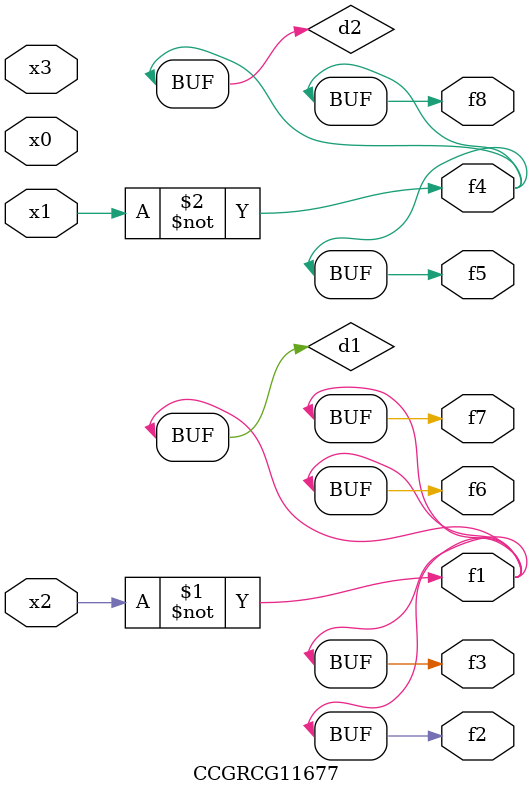
<source format=v>
module CCGRCG11677(
	input x0, x1, x2, x3,
	output f1, f2, f3, f4, f5, f6, f7, f8
);

	wire d1, d2;

	xnor (d1, x2);
	not (d2, x1);
	assign f1 = d1;
	assign f2 = d1;
	assign f3 = d1;
	assign f4 = d2;
	assign f5 = d2;
	assign f6 = d1;
	assign f7 = d1;
	assign f8 = d2;
endmodule

</source>
